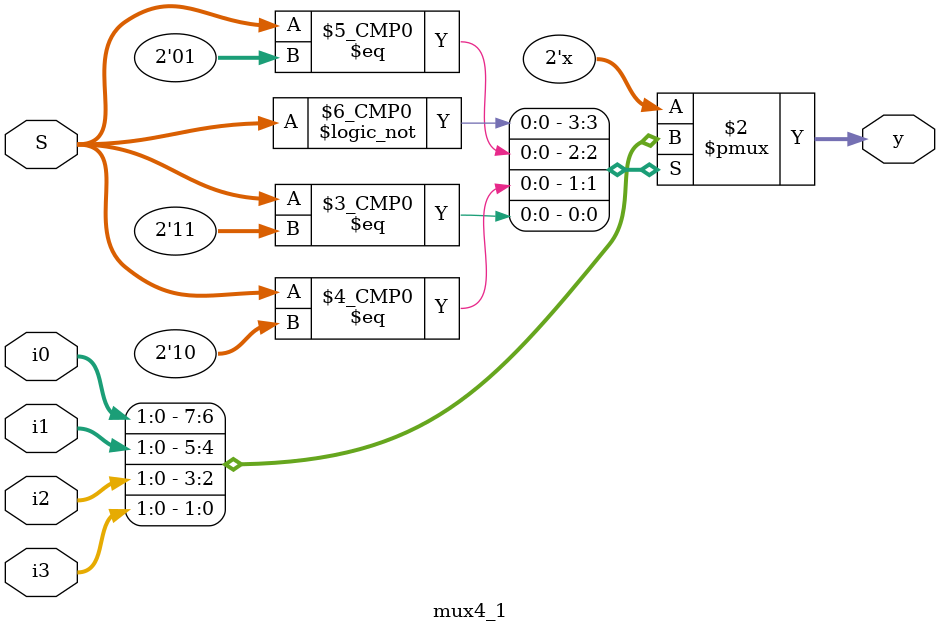
<source format=v>
module  mux4_1(S,i0,i1,i2,i3,y);
  input [1:0] S;
  input [1:0]i0,i1,i2,i3;
  output reg [1:0]y;
  always @(*)
    begin 
      case(S)
        2'b00: y=i0;
        2'b01: y=i1;
        2'b10: y=i2;
        2'b11: y=i3;
      endcase
    end
endmodule
               
               

</source>
